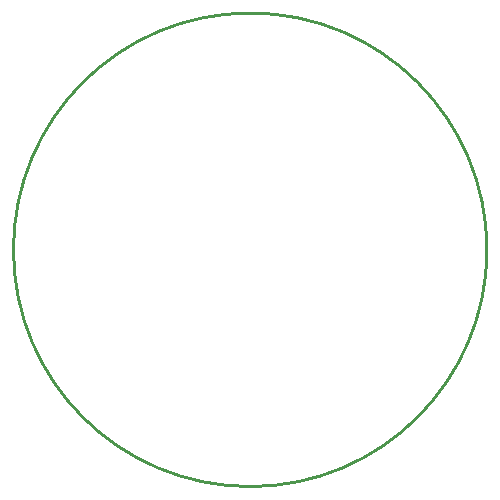
<source format=gko>
G04*
G04 #@! TF.GenerationSoftware,Altium Limited,Altium Designer,24.5.2 (23)*
G04*
G04 Layer_Color=16711935*
%FSLAX44Y44*%
%MOMM*%
G71*
G04*
G04 #@! TF.SameCoordinates,BBD7BA97-53B7-428A-B693-6A0B443125F4*
G04*
G04*
G04 #@! TF.FilePolarity,Positive*
G04*
G01*
G75*
%ADD11C,0.2540*%
D11*
X1200471Y1000000D02*
G03*
X1200471Y1000000I-200471J0D01*
G01*
M02*

</source>
